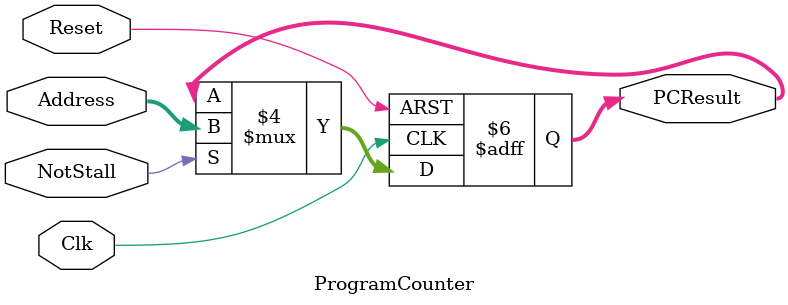
<source format=v>
`timescale 1ns / 1ps


module ProgramCounter(Address, PCResult, Reset, Clk, NotStall);

	input [31:0] Address;
	input Reset, Clk;
    input NotStall;
	output reg [31:0] PCResult;

	always @ (posedge Clk, posedge Reset) begin
		if (Reset == 1'b1) begin
			PCResult <= 0;
		end
		else begin
		        if (NotStall == 1)begin
                PCResult <= Address;
                end
		end
	end
	
endmodule


</source>
